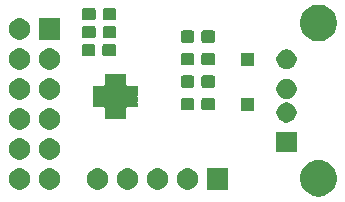
<source format=gbr>
G04 #@! TF.GenerationSoftware,KiCad,Pcbnew,5.1.6-c6e7f7d~86~ubuntu18.04.1*
G04 #@! TF.CreationDate,2021-05-10T21:06:11-07:00*
G04 #@! TF.ProjectId,usb_host_pmod,7573625f-686f-4737-945f-706d6f642e6b,rev?*
G04 #@! TF.SameCoordinates,Original*
G04 #@! TF.FileFunction,Soldermask,Top*
G04 #@! TF.FilePolarity,Negative*
%FSLAX46Y46*%
G04 Gerber Fmt 4.6, Leading zero omitted, Abs format (unit mm)*
G04 Created by KiCad (PCBNEW 5.1.6-c6e7f7d~86~ubuntu18.04.1) date 2021-05-10 21:06:11*
%MOMM*%
%LPD*%
G01*
G04 APERTURE LIST*
%ADD10C,0.100000*%
G04 APERTURE END LIST*
D10*
G36*
X109438585Y-105090802D02*
G01*
X109588410Y-105120604D01*
X109870674Y-105237521D01*
X110124705Y-105407259D01*
X110340741Y-105623295D01*
X110510479Y-105877326D01*
X110627396Y-106159590D01*
X110687000Y-106459240D01*
X110687000Y-106764760D01*
X110627396Y-107064410D01*
X110510479Y-107346674D01*
X110340741Y-107600705D01*
X110124705Y-107816741D01*
X109870674Y-107986479D01*
X109588410Y-108103396D01*
X109438585Y-108133198D01*
X109288761Y-108163000D01*
X108983239Y-108163000D01*
X108833415Y-108133198D01*
X108683590Y-108103396D01*
X108401326Y-107986479D01*
X108147295Y-107816741D01*
X107931259Y-107600705D01*
X107761521Y-107346674D01*
X107644604Y-107064410D01*
X107585000Y-106764760D01*
X107585000Y-106459240D01*
X107644604Y-106159590D01*
X107761521Y-105877326D01*
X107931259Y-105623295D01*
X108147295Y-105407259D01*
X108401326Y-105237521D01*
X108683590Y-105120604D01*
X108833415Y-105090802D01*
X108983239Y-105061000D01*
X109288761Y-105061000D01*
X109438585Y-105090802D01*
G37*
G36*
X101485000Y-107581000D02*
G01*
X99683000Y-107581000D01*
X99683000Y-105779000D01*
X101485000Y-105779000D01*
X101485000Y-107581000D01*
G37*
G36*
X90537512Y-105783927D02*
G01*
X90686812Y-105813624D01*
X90850784Y-105881544D01*
X90998354Y-105980147D01*
X91123853Y-106105646D01*
X91222456Y-106253216D01*
X91290376Y-106417188D01*
X91325000Y-106591259D01*
X91325000Y-106768741D01*
X91290376Y-106942812D01*
X91222456Y-107106784D01*
X91123853Y-107254354D01*
X90998354Y-107379853D01*
X90850784Y-107478456D01*
X90686812Y-107546376D01*
X90537512Y-107576073D01*
X90512742Y-107581000D01*
X90335258Y-107581000D01*
X90310488Y-107576073D01*
X90161188Y-107546376D01*
X89997216Y-107478456D01*
X89849646Y-107379853D01*
X89724147Y-107254354D01*
X89625544Y-107106784D01*
X89557624Y-106942812D01*
X89523000Y-106768741D01*
X89523000Y-106591259D01*
X89557624Y-106417188D01*
X89625544Y-106253216D01*
X89724147Y-106105646D01*
X89849646Y-105980147D01*
X89997216Y-105881544D01*
X90161188Y-105813624D01*
X90310488Y-105783927D01*
X90335258Y-105779000D01*
X90512742Y-105779000D01*
X90537512Y-105783927D01*
G37*
G36*
X93077512Y-105783927D02*
G01*
X93226812Y-105813624D01*
X93390784Y-105881544D01*
X93538354Y-105980147D01*
X93663853Y-106105646D01*
X93762456Y-106253216D01*
X93830376Y-106417188D01*
X93865000Y-106591259D01*
X93865000Y-106768741D01*
X93830376Y-106942812D01*
X93762456Y-107106784D01*
X93663853Y-107254354D01*
X93538354Y-107379853D01*
X93390784Y-107478456D01*
X93226812Y-107546376D01*
X93077512Y-107576073D01*
X93052742Y-107581000D01*
X92875258Y-107581000D01*
X92850488Y-107576073D01*
X92701188Y-107546376D01*
X92537216Y-107478456D01*
X92389646Y-107379853D01*
X92264147Y-107254354D01*
X92165544Y-107106784D01*
X92097624Y-106942812D01*
X92063000Y-106768741D01*
X92063000Y-106591259D01*
X92097624Y-106417188D01*
X92165544Y-106253216D01*
X92264147Y-106105646D01*
X92389646Y-105980147D01*
X92537216Y-105881544D01*
X92701188Y-105813624D01*
X92850488Y-105783927D01*
X92875258Y-105779000D01*
X93052742Y-105779000D01*
X93077512Y-105783927D01*
G37*
G36*
X95617512Y-105783927D02*
G01*
X95766812Y-105813624D01*
X95930784Y-105881544D01*
X96078354Y-105980147D01*
X96203853Y-106105646D01*
X96302456Y-106253216D01*
X96370376Y-106417188D01*
X96405000Y-106591259D01*
X96405000Y-106768741D01*
X96370376Y-106942812D01*
X96302456Y-107106784D01*
X96203853Y-107254354D01*
X96078354Y-107379853D01*
X95930784Y-107478456D01*
X95766812Y-107546376D01*
X95617512Y-107576073D01*
X95592742Y-107581000D01*
X95415258Y-107581000D01*
X95390488Y-107576073D01*
X95241188Y-107546376D01*
X95077216Y-107478456D01*
X94929646Y-107379853D01*
X94804147Y-107254354D01*
X94705544Y-107106784D01*
X94637624Y-106942812D01*
X94603000Y-106768741D01*
X94603000Y-106591259D01*
X94637624Y-106417188D01*
X94705544Y-106253216D01*
X94804147Y-106105646D01*
X94929646Y-105980147D01*
X95077216Y-105881544D01*
X95241188Y-105813624D01*
X95390488Y-105783927D01*
X95415258Y-105779000D01*
X95592742Y-105779000D01*
X95617512Y-105783927D01*
G37*
G36*
X98157512Y-105783927D02*
G01*
X98306812Y-105813624D01*
X98470784Y-105881544D01*
X98618354Y-105980147D01*
X98743853Y-106105646D01*
X98842456Y-106253216D01*
X98910376Y-106417188D01*
X98945000Y-106591259D01*
X98945000Y-106768741D01*
X98910376Y-106942812D01*
X98842456Y-107106784D01*
X98743853Y-107254354D01*
X98618354Y-107379853D01*
X98470784Y-107478456D01*
X98306812Y-107546376D01*
X98157512Y-107576073D01*
X98132742Y-107581000D01*
X97955258Y-107581000D01*
X97930488Y-107576073D01*
X97781188Y-107546376D01*
X97617216Y-107478456D01*
X97469646Y-107379853D01*
X97344147Y-107254354D01*
X97245544Y-107106784D01*
X97177624Y-106942812D01*
X97143000Y-106768741D01*
X97143000Y-106591259D01*
X97177624Y-106417188D01*
X97245544Y-106253216D01*
X97344147Y-106105646D01*
X97469646Y-105980147D01*
X97617216Y-105881544D01*
X97781188Y-105813624D01*
X97930488Y-105783927D01*
X97955258Y-105779000D01*
X98132742Y-105779000D01*
X98157512Y-105783927D01*
G37*
G36*
X83933512Y-105783927D02*
G01*
X84082812Y-105813624D01*
X84246784Y-105881544D01*
X84394354Y-105980147D01*
X84519853Y-106105646D01*
X84618456Y-106253216D01*
X84686376Y-106417188D01*
X84721000Y-106591259D01*
X84721000Y-106768741D01*
X84686376Y-106942812D01*
X84618456Y-107106784D01*
X84519853Y-107254354D01*
X84394354Y-107379853D01*
X84246784Y-107478456D01*
X84082812Y-107546376D01*
X83933512Y-107576073D01*
X83908742Y-107581000D01*
X83731258Y-107581000D01*
X83706488Y-107576073D01*
X83557188Y-107546376D01*
X83393216Y-107478456D01*
X83245646Y-107379853D01*
X83120147Y-107254354D01*
X83021544Y-107106784D01*
X82953624Y-106942812D01*
X82919000Y-106768741D01*
X82919000Y-106591259D01*
X82953624Y-106417188D01*
X83021544Y-106253216D01*
X83120147Y-106105646D01*
X83245646Y-105980147D01*
X83393216Y-105881544D01*
X83557188Y-105813624D01*
X83706488Y-105783927D01*
X83731258Y-105779000D01*
X83908742Y-105779000D01*
X83933512Y-105783927D01*
G37*
G36*
X86473512Y-105783927D02*
G01*
X86622812Y-105813624D01*
X86786784Y-105881544D01*
X86934354Y-105980147D01*
X87059853Y-106105646D01*
X87158456Y-106253216D01*
X87226376Y-106417188D01*
X87261000Y-106591259D01*
X87261000Y-106768741D01*
X87226376Y-106942812D01*
X87158456Y-107106784D01*
X87059853Y-107254354D01*
X86934354Y-107379853D01*
X86786784Y-107478456D01*
X86622812Y-107546376D01*
X86473512Y-107576073D01*
X86448742Y-107581000D01*
X86271258Y-107581000D01*
X86246488Y-107576073D01*
X86097188Y-107546376D01*
X85933216Y-107478456D01*
X85785646Y-107379853D01*
X85660147Y-107254354D01*
X85561544Y-107106784D01*
X85493624Y-106942812D01*
X85459000Y-106768741D01*
X85459000Y-106591259D01*
X85493624Y-106417188D01*
X85561544Y-106253216D01*
X85660147Y-106105646D01*
X85785646Y-105980147D01*
X85933216Y-105881544D01*
X86097188Y-105813624D01*
X86246488Y-105783927D01*
X86271258Y-105779000D01*
X86448742Y-105779000D01*
X86473512Y-105783927D01*
G37*
G36*
X86473512Y-103243927D02*
G01*
X86622812Y-103273624D01*
X86786784Y-103341544D01*
X86934354Y-103440147D01*
X87059853Y-103565646D01*
X87158456Y-103713216D01*
X87226376Y-103877188D01*
X87261000Y-104051259D01*
X87261000Y-104228741D01*
X87226376Y-104402812D01*
X87158456Y-104566784D01*
X87059853Y-104714354D01*
X86934354Y-104839853D01*
X86786784Y-104938456D01*
X86622812Y-105006376D01*
X86473512Y-105036073D01*
X86448742Y-105041000D01*
X86271258Y-105041000D01*
X86246488Y-105036073D01*
X86097188Y-105006376D01*
X85933216Y-104938456D01*
X85785646Y-104839853D01*
X85660147Y-104714354D01*
X85561544Y-104566784D01*
X85493624Y-104402812D01*
X85459000Y-104228741D01*
X85459000Y-104051259D01*
X85493624Y-103877188D01*
X85561544Y-103713216D01*
X85660147Y-103565646D01*
X85785646Y-103440147D01*
X85933216Y-103341544D01*
X86097188Y-103273624D01*
X86246488Y-103243927D01*
X86271258Y-103239000D01*
X86448742Y-103239000D01*
X86473512Y-103243927D01*
G37*
G36*
X83933512Y-103243927D02*
G01*
X84082812Y-103273624D01*
X84246784Y-103341544D01*
X84394354Y-103440147D01*
X84519853Y-103565646D01*
X84618456Y-103713216D01*
X84686376Y-103877188D01*
X84721000Y-104051259D01*
X84721000Y-104228741D01*
X84686376Y-104402812D01*
X84618456Y-104566784D01*
X84519853Y-104714354D01*
X84394354Y-104839853D01*
X84246784Y-104938456D01*
X84082812Y-105006376D01*
X83933512Y-105036073D01*
X83908742Y-105041000D01*
X83731258Y-105041000D01*
X83706488Y-105036073D01*
X83557188Y-105006376D01*
X83393216Y-104938456D01*
X83245646Y-104839853D01*
X83120147Y-104714354D01*
X83021544Y-104566784D01*
X82953624Y-104402812D01*
X82919000Y-104228741D01*
X82919000Y-104051259D01*
X82953624Y-103877188D01*
X83021544Y-103713216D01*
X83120147Y-103565646D01*
X83245646Y-103440147D01*
X83393216Y-103341544D01*
X83557188Y-103273624D01*
X83706488Y-103243927D01*
X83731258Y-103239000D01*
X83908742Y-103239000D01*
X83933512Y-103243927D01*
G37*
G36*
X107277000Y-104393000D02*
G01*
X105575000Y-104393000D01*
X105575000Y-102691000D01*
X107277000Y-102691000D01*
X107277000Y-104393000D01*
G37*
G36*
X86473512Y-100703927D02*
G01*
X86622812Y-100733624D01*
X86786784Y-100801544D01*
X86934354Y-100900147D01*
X87059853Y-101025646D01*
X87158456Y-101173216D01*
X87226376Y-101337188D01*
X87261000Y-101511259D01*
X87261000Y-101688741D01*
X87226376Y-101862812D01*
X87158456Y-102026784D01*
X87059853Y-102174354D01*
X86934354Y-102299853D01*
X86786784Y-102398456D01*
X86622812Y-102466376D01*
X86473512Y-102496073D01*
X86448742Y-102501000D01*
X86271258Y-102501000D01*
X86246488Y-102496073D01*
X86097188Y-102466376D01*
X85933216Y-102398456D01*
X85785646Y-102299853D01*
X85660147Y-102174354D01*
X85561544Y-102026784D01*
X85493624Y-101862812D01*
X85459000Y-101688741D01*
X85459000Y-101511259D01*
X85493624Y-101337188D01*
X85561544Y-101173216D01*
X85660147Y-101025646D01*
X85785646Y-100900147D01*
X85933216Y-100801544D01*
X86097188Y-100733624D01*
X86246488Y-100703927D01*
X86271258Y-100699000D01*
X86448742Y-100699000D01*
X86473512Y-100703927D01*
G37*
G36*
X83933512Y-100703927D02*
G01*
X84082812Y-100733624D01*
X84246784Y-100801544D01*
X84394354Y-100900147D01*
X84519853Y-101025646D01*
X84618456Y-101173216D01*
X84686376Y-101337188D01*
X84721000Y-101511259D01*
X84721000Y-101688741D01*
X84686376Y-101862812D01*
X84618456Y-102026784D01*
X84519853Y-102174354D01*
X84394354Y-102299853D01*
X84246784Y-102398456D01*
X84082812Y-102466376D01*
X83933512Y-102496073D01*
X83908742Y-102501000D01*
X83731258Y-102501000D01*
X83706488Y-102496073D01*
X83557188Y-102466376D01*
X83393216Y-102398456D01*
X83245646Y-102299853D01*
X83120147Y-102174354D01*
X83021544Y-102026784D01*
X82953624Y-101862812D01*
X82919000Y-101688741D01*
X82919000Y-101511259D01*
X82953624Y-101337188D01*
X83021544Y-101173216D01*
X83120147Y-101025646D01*
X83245646Y-100900147D01*
X83393216Y-100801544D01*
X83557188Y-100733624D01*
X83706488Y-100703927D01*
X83731258Y-100699000D01*
X83908742Y-100699000D01*
X83933512Y-100703927D01*
G37*
G36*
X106674228Y-100223703D02*
G01*
X106829100Y-100287853D01*
X106968481Y-100380985D01*
X107087015Y-100499519D01*
X107180147Y-100638900D01*
X107244297Y-100793772D01*
X107277000Y-100958184D01*
X107277000Y-101125816D01*
X107244297Y-101290228D01*
X107180147Y-101445100D01*
X107087015Y-101584481D01*
X106968481Y-101703015D01*
X106829100Y-101796147D01*
X106674228Y-101860297D01*
X106509816Y-101893000D01*
X106342184Y-101893000D01*
X106177772Y-101860297D01*
X106022900Y-101796147D01*
X105883519Y-101703015D01*
X105764985Y-101584481D01*
X105671853Y-101445100D01*
X105607703Y-101290228D01*
X105575000Y-101125816D01*
X105575000Y-100958184D01*
X105607703Y-100793772D01*
X105671853Y-100638900D01*
X105764985Y-100499519D01*
X105883519Y-100380985D01*
X106022900Y-100287853D01*
X106177772Y-100223703D01*
X106342184Y-100191000D01*
X106509816Y-100191000D01*
X106674228Y-100223703D01*
G37*
G36*
X91353355Y-97795083D02*
G01*
X91358029Y-97796501D01*
X91362330Y-97798800D01*
X91368702Y-97804029D01*
X91389076Y-97817643D01*
X91411715Y-97827020D01*
X91435749Y-97831800D01*
X91460253Y-97831800D01*
X91484286Y-97827019D01*
X91506925Y-97817642D01*
X91527298Y-97804029D01*
X91533670Y-97798800D01*
X91537971Y-97796501D01*
X91542645Y-97795083D01*
X91553641Y-97794000D01*
X91842359Y-97794000D01*
X91853355Y-97795083D01*
X91858029Y-97796501D01*
X91862330Y-97798800D01*
X91868702Y-97804029D01*
X91889076Y-97817643D01*
X91911715Y-97827020D01*
X91935749Y-97831800D01*
X91960253Y-97831800D01*
X91984286Y-97827019D01*
X92006925Y-97817642D01*
X92027298Y-97804029D01*
X92033670Y-97798800D01*
X92037971Y-97796501D01*
X92042645Y-97795083D01*
X92053641Y-97794000D01*
X92342359Y-97794000D01*
X92353355Y-97795083D01*
X92358029Y-97796501D01*
X92362330Y-97798800D01*
X92368702Y-97804029D01*
X92389076Y-97817643D01*
X92411715Y-97827020D01*
X92435749Y-97831800D01*
X92460253Y-97831800D01*
X92484286Y-97827019D01*
X92506925Y-97817642D01*
X92527298Y-97804029D01*
X92533670Y-97798800D01*
X92537971Y-97796501D01*
X92542645Y-97795083D01*
X92553641Y-97794000D01*
X92842359Y-97794000D01*
X92853355Y-97795083D01*
X92858029Y-97796501D01*
X92862331Y-97798800D01*
X92866104Y-97801896D01*
X92869200Y-97805669D01*
X92871499Y-97809971D01*
X92872917Y-97814645D01*
X92874000Y-97825641D01*
X92874000Y-98539359D01*
X92872917Y-98550355D01*
X92871499Y-98555029D01*
X92869056Y-98559599D01*
X92855779Y-98579467D01*
X92846401Y-98602106D01*
X92841619Y-98626139D01*
X92841618Y-98650643D01*
X92846398Y-98674676D01*
X92855774Y-98697316D01*
X92869387Y-98717691D01*
X92886716Y-98735020D01*
X92898395Y-98744605D01*
X92907980Y-98756284D01*
X92925307Y-98773611D01*
X92945682Y-98787224D01*
X92968321Y-98796601D01*
X92992354Y-98801381D01*
X93016858Y-98801381D01*
X93040891Y-98796600D01*
X93063530Y-98787222D01*
X93083401Y-98773944D01*
X93087971Y-98771501D01*
X93092645Y-98770083D01*
X93103641Y-98769000D01*
X93817359Y-98769000D01*
X93828355Y-98770083D01*
X93833029Y-98771501D01*
X93837331Y-98773800D01*
X93841104Y-98776896D01*
X93844200Y-98780669D01*
X93846499Y-98784971D01*
X93847917Y-98789645D01*
X93849000Y-98800641D01*
X93849000Y-99089359D01*
X93847917Y-99100355D01*
X93846499Y-99105029D01*
X93844200Y-99109330D01*
X93838971Y-99115702D01*
X93825357Y-99136076D01*
X93815980Y-99158715D01*
X93811200Y-99182749D01*
X93811200Y-99207253D01*
X93815981Y-99231286D01*
X93825358Y-99253925D01*
X93838971Y-99274298D01*
X93844200Y-99280670D01*
X93846499Y-99284971D01*
X93847917Y-99289645D01*
X93849000Y-99300641D01*
X93849000Y-99589359D01*
X93847917Y-99600355D01*
X93846499Y-99605029D01*
X93844200Y-99609330D01*
X93838971Y-99615702D01*
X93825357Y-99636076D01*
X93815980Y-99658715D01*
X93811200Y-99682749D01*
X93811200Y-99707253D01*
X93815981Y-99731286D01*
X93825358Y-99753925D01*
X93838971Y-99774298D01*
X93844200Y-99780670D01*
X93846499Y-99784971D01*
X93847917Y-99789645D01*
X93849000Y-99800641D01*
X93849000Y-100089359D01*
X93847917Y-100100355D01*
X93846499Y-100105029D01*
X93844200Y-100109330D01*
X93838971Y-100115702D01*
X93825357Y-100136076D01*
X93815980Y-100158715D01*
X93811200Y-100182749D01*
X93811200Y-100207253D01*
X93815981Y-100231286D01*
X93825358Y-100253925D01*
X93838971Y-100274298D01*
X93844200Y-100280670D01*
X93846499Y-100284971D01*
X93847917Y-100289645D01*
X93849000Y-100300641D01*
X93849000Y-100589359D01*
X93847917Y-100600355D01*
X93846499Y-100605029D01*
X93844200Y-100609331D01*
X93841104Y-100613104D01*
X93837331Y-100616200D01*
X93833029Y-100618499D01*
X93828355Y-100619917D01*
X93817359Y-100621000D01*
X93103641Y-100621000D01*
X93092645Y-100619917D01*
X93087971Y-100618499D01*
X93083401Y-100616056D01*
X93063533Y-100602779D01*
X93040894Y-100593401D01*
X93016861Y-100588619D01*
X92992357Y-100588618D01*
X92968324Y-100593398D01*
X92945684Y-100602774D01*
X92925309Y-100616387D01*
X92907980Y-100633716D01*
X92898395Y-100645395D01*
X92886716Y-100654980D01*
X92869389Y-100672307D01*
X92855776Y-100692682D01*
X92846399Y-100715321D01*
X92841619Y-100739354D01*
X92841619Y-100763858D01*
X92846400Y-100787891D01*
X92855778Y-100810530D01*
X92869056Y-100830401D01*
X92871499Y-100834971D01*
X92872917Y-100839645D01*
X92874000Y-100850641D01*
X92874000Y-101564359D01*
X92872917Y-101575355D01*
X92871499Y-101580029D01*
X92869200Y-101584331D01*
X92866104Y-101588104D01*
X92862331Y-101591200D01*
X92858029Y-101593499D01*
X92853355Y-101594917D01*
X92842359Y-101596000D01*
X92553641Y-101596000D01*
X92542645Y-101594917D01*
X92537971Y-101593499D01*
X92533670Y-101591200D01*
X92527298Y-101585971D01*
X92506924Y-101572357D01*
X92484285Y-101562980D01*
X92460251Y-101558200D01*
X92435747Y-101558200D01*
X92411714Y-101562981D01*
X92389075Y-101572358D01*
X92368702Y-101585971D01*
X92362330Y-101591200D01*
X92358029Y-101593499D01*
X92353355Y-101594917D01*
X92342359Y-101596000D01*
X92053641Y-101596000D01*
X92042645Y-101594917D01*
X92037971Y-101593499D01*
X92033670Y-101591200D01*
X92027298Y-101585971D01*
X92006924Y-101572357D01*
X91984285Y-101562980D01*
X91960251Y-101558200D01*
X91935747Y-101558200D01*
X91911714Y-101562981D01*
X91889075Y-101572358D01*
X91868702Y-101585971D01*
X91862330Y-101591200D01*
X91858029Y-101593499D01*
X91853355Y-101594917D01*
X91842359Y-101596000D01*
X91553641Y-101596000D01*
X91542645Y-101594917D01*
X91537971Y-101593499D01*
X91533670Y-101591200D01*
X91527298Y-101585971D01*
X91506924Y-101572357D01*
X91484285Y-101562980D01*
X91460251Y-101558200D01*
X91435747Y-101558200D01*
X91411714Y-101562981D01*
X91389075Y-101572358D01*
X91368702Y-101585971D01*
X91362330Y-101591200D01*
X91358029Y-101593499D01*
X91353355Y-101594917D01*
X91342359Y-101596000D01*
X91053641Y-101596000D01*
X91042645Y-101594917D01*
X91037971Y-101593499D01*
X91033669Y-101591200D01*
X91029896Y-101588104D01*
X91026800Y-101584331D01*
X91024501Y-101580029D01*
X91023083Y-101575355D01*
X91022000Y-101564359D01*
X91022000Y-100850641D01*
X91023083Y-100839645D01*
X91024501Y-100834971D01*
X91026944Y-100830401D01*
X91040221Y-100810533D01*
X91049599Y-100787894D01*
X91054381Y-100763861D01*
X91054382Y-100739357D01*
X91049602Y-100715324D01*
X91040226Y-100692684D01*
X91026613Y-100672309D01*
X91009284Y-100654980D01*
X90997605Y-100645395D01*
X90988020Y-100633716D01*
X90970693Y-100616389D01*
X90950318Y-100602776D01*
X90927679Y-100593399D01*
X90903646Y-100588619D01*
X90879142Y-100588619D01*
X90855109Y-100593400D01*
X90832470Y-100602778D01*
X90812599Y-100616056D01*
X90808029Y-100618499D01*
X90803355Y-100619917D01*
X90792359Y-100621000D01*
X90078641Y-100621000D01*
X90067645Y-100619917D01*
X90062971Y-100618499D01*
X90058669Y-100616200D01*
X90054896Y-100613104D01*
X90051800Y-100609331D01*
X90049501Y-100605029D01*
X90048083Y-100600355D01*
X90047000Y-100589359D01*
X90047000Y-100300641D01*
X90048083Y-100289645D01*
X90049501Y-100284971D01*
X90051800Y-100280670D01*
X90057029Y-100274298D01*
X90070643Y-100253924D01*
X90080020Y-100231285D01*
X90084800Y-100207251D01*
X90084800Y-100182747D01*
X90080019Y-100158714D01*
X90070642Y-100136075D01*
X90057029Y-100115702D01*
X90051800Y-100109330D01*
X90049501Y-100105029D01*
X90048083Y-100100355D01*
X90047000Y-100089359D01*
X90047000Y-99800641D01*
X90048083Y-99789645D01*
X90049501Y-99784971D01*
X90051800Y-99780670D01*
X90057029Y-99774298D01*
X90070643Y-99753924D01*
X90080020Y-99731285D01*
X90084800Y-99707251D01*
X90084800Y-99682747D01*
X90080019Y-99658714D01*
X90070642Y-99636075D01*
X90057029Y-99615702D01*
X90051800Y-99609330D01*
X90049501Y-99605029D01*
X90048083Y-99600355D01*
X90047000Y-99589359D01*
X90047000Y-99300641D01*
X90048083Y-99289645D01*
X90049501Y-99284971D01*
X90051800Y-99280670D01*
X90057029Y-99274298D01*
X90070643Y-99253924D01*
X90080020Y-99231285D01*
X90084800Y-99207251D01*
X90084800Y-99182747D01*
X90080019Y-99158714D01*
X90070642Y-99136075D01*
X90057029Y-99115702D01*
X90051800Y-99109330D01*
X90049501Y-99105029D01*
X90048083Y-99100355D01*
X90047000Y-99089359D01*
X90047000Y-98800641D01*
X90048083Y-98789645D01*
X90049501Y-98784971D01*
X90051800Y-98780669D01*
X90054896Y-98776896D01*
X90058669Y-98773800D01*
X90062971Y-98771501D01*
X90067645Y-98770083D01*
X90078641Y-98769000D01*
X90792359Y-98769000D01*
X90803355Y-98770083D01*
X90808029Y-98771501D01*
X90812599Y-98773944D01*
X90832467Y-98787221D01*
X90855106Y-98796599D01*
X90879139Y-98801381D01*
X90903643Y-98801382D01*
X90927676Y-98796602D01*
X90950316Y-98787226D01*
X90970691Y-98773613D01*
X90988020Y-98756284D01*
X90997605Y-98744605D01*
X91009284Y-98735020D01*
X91026611Y-98717693D01*
X91040224Y-98697318D01*
X91049601Y-98674679D01*
X91054381Y-98650646D01*
X91054381Y-98626142D01*
X91049600Y-98602109D01*
X91040222Y-98579470D01*
X91026944Y-98559599D01*
X91024501Y-98555029D01*
X91023083Y-98550355D01*
X91022000Y-98539359D01*
X91022000Y-97825641D01*
X91023083Y-97814645D01*
X91024501Y-97809971D01*
X91026800Y-97805669D01*
X91029896Y-97801896D01*
X91033669Y-97798800D01*
X91037971Y-97796501D01*
X91042645Y-97795083D01*
X91053641Y-97794000D01*
X91342359Y-97794000D01*
X91353355Y-97795083D01*
G37*
G36*
X103675000Y-100881000D02*
G01*
X102573000Y-100881000D01*
X102573000Y-99779000D01*
X103675000Y-99779000D01*
X103675000Y-100881000D01*
G37*
G36*
X98458499Y-99808445D02*
G01*
X98495995Y-99819820D01*
X98530554Y-99838292D01*
X98560847Y-99863153D01*
X98585708Y-99893446D01*
X98604180Y-99928005D01*
X98615555Y-99965501D01*
X98620000Y-100010638D01*
X98620000Y-100649362D01*
X98615555Y-100694499D01*
X98604180Y-100731995D01*
X98585708Y-100766554D01*
X98560847Y-100796847D01*
X98530554Y-100821708D01*
X98495995Y-100840180D01*
X98458499Y-100851555D01*
X98413362Y-100856000D01*
X97674638Y-100856000D01*
X97629501Y-100851555D01*
X97592005Y-100840180D01*
X97557446Y-100821708D01*
X97527153Y-100796847D01*
X97502292Y-100766554D01*
X97483820Y-100731995D01*
X97472445Y-100694499D01*
X97468000Y-100649362D01*
X97468000Y-100010638D01*
X97472445Y-99965501D01*
X97483820Y-99928005D01*
X97502292Y-99893446D01*
X97527153Y-99863153D01*
X97557446Y-99838292D01*
X97592005Y-99819820D01*
X97629501Y-99808445D01*
X97674638Y-99804000D01*
X98413362Y-99804000D01*
X98458499Y-99808445D01*
G37*
G36*
X100208499Y-99808445D02*
G01*
X100245995Y-99819820D01*
X100280554Y-99838292D01*
X100310847Y-99863153D01*
X100335708Y-99893446D01*
X100354180Y-99928005D01*
X100365555Y-99965501D01*
X100370000Y-100010638D01*
X100370000Y-100649362D01*
X100365555Y-100694499D01*
X100354180Y-100731995D01*
X100335708Y-100766554D01*
X100310847Y-100796847D01*
X100280554Y-100821708D01*
X100245995Y-100840180D01*
X100208499Y-100851555D01*
X100163362Y-100856000D01*
X99424638Y-100856000D01*
X99379501Y-100851555D01*
X99342005Y-100840180D01*
X99307446Y-100821708D01*
X99277153Y-100796847D01*
X99252292Y-100766554D01*
X99233820Y-100731995D01*
X99222445Y-100694499D01*
X99218000Y-100649362D01*
X99218000Y-100010638D01*
X99222445Y-99965501D01*
X99233820Y-99928005D01*
X99252292Y-99893446D01*
X99277153Y-99863153D01*
X99307446Y-99838292D01*
X99342005Y-99819820D01*
X99379501Y-99808445D01*
X99424638Y-99804000D01*
X100163362Y-99804000D01*
X100208499Y-99808445D01*
G37*
G36*
X86473512Y-98163927D02*
G01*
X86622812Y-98193624D01*
X86786784Y-98261544D01*
X86934354Y-98360147D01*
X87059853Y-98485646D01*
X87158456Y-98633216D01*
X87226376Y-98797188D01*
X87241648Y-98873969D01*
X87258400Y-98958185D01*
X87261000Y-98971259D01*
X87261000Y-99148741D01*
X87226376Y-99322812D01*
X87158456Y-99486784D01*
X87059853Y-99634354D01*
X86934354Y-99759853D01*
X86786784Y-99858456D01*
X86622812Y-99926376D01*
X86473512Y-99956073D01*
X86448742Y-99961000D01*
X86271258Y-99961000D01*
X86246488Y-99956073D01*
X86097188Y-99926376D01*
X85933216Y-99858456D01*
X85785646Y-99759853D01*
X85660147Y-99634354D01*
X85561544Y-99486784D01*
X85493624Y-99322812D01*
X85459000Y-99148741D01*
X85459000Y-98971259D01*
X85461601Y-98958185D01*
X85478352Y-98873969D01*
X85493624Y-98797188D01*
X85561544Y-98633216D01*
X85660147Y-98485646D01*
X85785646Y-98360147D01*
X85933216Y-98261544D01*
X86097188Y-98193624D01*
X86246488Y-98163927D01*
X86271258Y-98159000D01*
X86448742Y-98159000D01*
X86473512Y-98163927D01*
G37*
G36*
X83933512Y-98163927D02*
G01*
X84082812Y-98193624D01*
X84246784Y-98261544D01*
X84394354Y-98360147D01*
X84519853Y-98485646D01*
X84618456Y-98633216D01*
X84686376Y-98797188D01*
X84701648Y-98873969D01*
X84718400Y-98958185D01*
X84721000Y-98971259D01*
X84721000Y-99148741D01*
X84686376Y-99322812D01*
X84618456Y-99486784D01*
X84519853Y-99634354D01*
X84394354Y-99759853D01*
X84246784Y-99858456D01*
X84082812Y-99926376D01*
X83933512Y-99956073D01*
X83908742Y-99961000D01*
X83731258Y-99961000D01*
X83706488Y-99956073D01*
X83557188Y-99926376D01*
X83393216Y-99858456D01*
X83245646Y-99759853D01*
X83120147Y-99634354D01*
X83021544Y-99486784D01*
X82953624Y-99322812D01*
X82919000Y-99148741D01*
X82919000Y-98971259D01*
X82921601Y-98958185D01*
X82938352Y-98873969D01*
X82953624Y-98797188D01*
X83021544Y-98633216D01*
X83120147Y-98485646D01*
X83245646Y-98360147D01*
X83393216Y-98261544D01*
X83557188Y-98193624D01*
X83706488Y-98163927D01*
X83731258Y-98159000D01*
X83908742Y-98159000D01*
X83933512Y-98163927D01*
G37*
G36*
X106674228Y-98223703D02*
G01*
X106829100Y-98287853D01*
X106968481Y-98380985D01*
X107087015Y-98499519D01*
X107180147Y-98638900D01*
X107244297Y-98793772D01*
X107277000Y-98958184D01*
X107277000Y-99125816D01*
X107244297Y-99290228D01*
X107180147Y-99445100D01*
X107087015Y-99584481D01*
X106968481Y-99703015D01*
X106829100Y-99796147D01*
X106674228Y-99860297D01*
X106509816Y-99893000D01*
X106342184Y-99893000D01*
X106177772Y-99860297D01*
X106022900Y-99796147D01*
X105883519Y-99703015D01*
X105764985Y-99584481D01*
X105671853Y-99445100D01*
X105607703Y-99290228D01*
X105575000Y-99125816D01*
X105575000Y-98958184D01*
X105607703Y-98793772D01*
X105671853Y-98638900D01*
X105764985Y-98499519D01*
X105883519Y-98380985D01*
X106022900Y-98287853D01*
X106177772Y-98223703D01*
X106342184Y-98191000D01*
X106509816Y-98191000D01*
X106674228Y-98223703D01*
G37*
G36*
X98458499Y-97903445D02*
G01*
X98495995Y-97914820D01*
X98530554Y-97933292D01*
X98560847Y-97958153D01*
X98585708Y-97988446D01*
X98604180Y-98023005D01*
X98615555Y-98060501D01*
X98620000Y-98105638D01*
X98620000Y-98744362D01*
X98615555Y-98789499D01*
X98604180Y-98826995D01*
X98585708Y-98861554D01*
X98560847Y-98891847D01*
X98530554Y-98916708D01*
X98495995Y-98935180D01*
X98458499Y-98946555D01*
X98413362Y-98951000D01*
X97674638Y-98951000D01*
X97629501Y-98946555D01*
X97592005Y-98935180D01*
X97557446Y-98916708D01*
X97527153Y-98891847D01*
X97502292Y-98861554D01*
X97483820Y-98826995D01*
X97472445Y-98789499D01*
X97468000Y-98744362D01*
X97468000Y-98105638D01*
X97472445Y-98060501D01*
X97483820Y-98023005D01*
X97502292Y-97988446D01*
X97527153Y-97958153D01*
X97557446Y-97933292D01*
X97592005Y-97914820D01*
X97629501Y-97903445D01*
X97674638Y-97899000D01*
X98413362Y-97899000D01*
X98458499Y-97903445D01*
G37*
G36*
X100208499Y-97903445D02*
G01*
X100245995Y-97914820D01*
X100280554Y-97933292D01*
X100310847Y-97958153D01*
X100335708Y-97988446D01*
X100354180Y-98023005D01*
X100365555Y-98060501D01*
X100370000Y-98105638D01*
X100370000Y-98744362D01*
X100365555Y-98789499D01*
X100354180Y-98826995D01*
X100335708Y-98861554D01*
X100310847Y-98891847D01*
X100280554Y-98916708D01*
X100245995Y-98935180D01*
X100208499Y-98946555D01*
X100163362Y-98951000D01*
X99424638Y-98951000D01*
X99379501Y-98946555D01*
X99342005Y-98935180D01*
X99307446Y-98916708D01*
X99277153Y-98891847D01*
X99252292Y-98861554D01*
X99233820Y-98826995D01*
X99222445Y-98789499D01*
X99218000Y-98744362D01*
X99218000Y-98105638D01*
X99222445Y-98060501D01*
X99233820Y-98023005D01*
X99252292Y-97988446D01*
X99277153Y-97958153D01*
X99307446Y-97933292D01*
X99342005Y-97914820D01*
X99379501Y-97903445D01*
X99424638Y-97899000D01*
X100163362Y-97899000D01*
X100208499Y-97903445D01*
G37*
G36*
X86473512Y-95623927D02*
G01*
X86622812Y-95653624D01*
X86786784Y-95721544D01*
X86934354Y-95820147D01*
X87059853Y-95945646D01*
X87158456Y-96093216D01*
X87226376Y-96257188D01*
X87261000Y-96431259D01*
X87261000Y-96608741D01*
X87226376Y-96782812D01*
X87158456Y-96946784D01*
X87059853Y-97094354D01*
X86934354Y-97219853D01*
X86786784Y-97318456D01*
X86622812Y-97386376D01*
X86473512Y-97416073D01*
X86448742Y-97421000D01*
X86271258Y-97421000D01*
X86246488Y-97416073D01*
X86097188Y-97386376D01*
X85933216Y-97318456D01*
X85785646Y-97219853D01*
X85660147Y-97094354D01*
X85561544Y-96946784D01*
X85493624Y-96782812D01*
X85459000Y-96608741D01*
X85459000Y-96431259D01*
X85493624Y-96257188D01*
X85561544Y-96093216D01*
X85660147Y-95945646D01*
X85785646Y-95820147D01*
X85933216Y-95721544D01*
X86097188Y-95653624D01*
X86246488Y-95623927D01*
X86271258Y-95619000D01*
X86448742Y-95619000D01*
X86473512Y-95623927D01*
G37*
G36*
X83933512Y-95623927D02*
G01*
X84082812Y-95653624D01*
X84246784Y-95721544D01*
X84394354Y-95820147D01*
X84519853Y-95945646D01*
X84618456Y-96093216D01*
X84686376Y-96257188D01*
X84721000Y-96431259D01*
X84721000Y-96608741D01*
X84686376Y-96782812D01*
X84618456Y-96946784D01*
X84519853Y-97094354D01*
X84394354Y-97219853D01*
X84246784Y-97318456D01*
X84082812Y-97386376D01*
X83933512Y-97416073D01*
X83908742Y-97421000D01*
X83731258Y-97421000D01*
X83706488Y-97416073D01*
X83557188Y-97386376D01*
X83393216Y-97318456D01*
X83245646Y-97219853D01*
X83120147Y-97094354D01*
X83021544Y-96946784D01*
X82953624Y-96782812D01*
X82919000Y-96608741D01*
X82919000Y-96431259D01*
X82953624Y-96257188D01*
X83021544Y-96093216D01*
X83120147Y-95945646D01*
X83245646Y-95820147D01*
X83393216Y-95721544D01*
X83557188Y-95653624D01*
X83706488Y-95623927D01*
X83731258Y-95619000D01*
X83908742Y-95619000D01*
X83933512Y-95623927D01*
G37*
G36*
X106674228Y-95723703D02*
G01*
X106829100Y-95787853D01*
X106968481Y-95880985D01*
X107087015Y-95999519D01*
X107180147Y-96138900D01*
X107244297Y-96293772D01*
X107277000Y-96458184D01*
X107277000Y-96625816D01*
X107244297Y-96790228D01*
X107180147Y-96945100D01*
X107087015Y-97084481D01*
X106968481Y-97203015D01*
X106829100Y-97296147D01*
X106674228Y-97360297D01*
X106509816Y-97393000D01*
X106342184Y-97393000D01*
X106177772Y-97360297D01*
X106022900Y-97296147D01*
X105883519Y-97203015D01*
X105764985Y-97084481D01*
X105671853Y-96945100D01*
X105607703Y-96790228D01*
X105575000Y-96625816D01*
X105575000Y-96458184D01*
X105607703Y-96293772D01*
X105671853Y-96138900D01*
X105764985Y-95999519D01*
X105883519Y-95880985D01*
X106022900Y-95787853D01*
X106177772Y-95723703D01*
X106342184Y-95691000D01*
X106509816Y-95691000D01*
X106674228Y-95723703D01*
G37*
G36*
X103675000Y-97071000D02*
G01*
X102573000Y-97071000D01*
X102573000Y-95969000D01*
X103675000Y-95969000D01*
X103675000Y-97071000D01*
G37*
G36*
X100208499Y-95998445D02*
G01*
X100245995Y-96009820D01*
X100280554Y-96028292D01*
X100310847Y-96053153D01*
X100335708Y-96083446D01*
X100354180Y-96118005D01*
X100365555Y-96155501D01*
X100370000Y-96200638D01*
X100370000Y-96839362D01*
X100365555Y-96884499D01*
X100354180Y-96921995D01*
X100335708Y-96956554D01*
X100310847Y-96986847D01*
X100280554Y-97011708D01*
X100245995Y-97030180D01*
X100208499Y-97041555D01*
X100163362Y-97046000D01*
X99424638Y-97046000D01*
X99379501Y-97041555D01*
X99342005Y-97030180D01*
X99307446Y-97011708D01*
X99277153Y-96986847D01*
X99252292Y-96956554D01*
X99233820Y-96921995D01*
X99222445Y-96884499D01*
X99218000Y-96839362D01*
X99218000Y-96200638D01*
X99222445Y-96155501D01*
X99233820Y-96118005D01*
X99252292Y-96083446D01*
X99277153Y-96053153D01*
X99307446Y-96028292D01*
X99342005Y-96009820D01*
X99379501Y-95998445D01*
X99424638Y-95994000D01*
X100163362Y-95994000D01*
X100208499Y-95998445D01*
G37*
G36*
X98458499Y-95998445D02*
G01*
X98495995Y-96009820D01*
X98530554Y-96028292D01*
X98560847Y-96053153D01*
X98585708Y-96083446D01*
X98604180Y-96118005D01*
X98615555Y-96155501D01*
X98620000Y-96200638D01*
X98620000Y-96839362D01*
X98615555Y-96884499D01*
X98604180Y-96921995D01*
X98585708Y-96956554D01*
X98560847Y-96986847D01*
X98530554Y-97011708D01*
X98495995Y-97030180D01*
X98458499Y-97041555D01*
X98413362Y-97046000D01*
X97674638Y-97046000D01*
X97629501Y-97041555D01*
X97592005Y-97030180D01*
X97557446Y-97011708D01*
X97527153Y-96986847D01*
X97502292Y-96956554D01*
X97483820Y-96921995D01*
X97472445Y-96884499D01*
X97468000Y-96839362D01*
X97468000Y-96200638D01*
X97472445Y-96155501D01*
X97483820Y-96118005D01*
X97502292Y-96083446D01*
X97527153Y-96053153D01*
X97557446Y-96028292D01*
X97592005Y-96009820D01*
X97629501Y-95998445D01*
X97674638Y-95994000D01*
X98413362Y-95994000D01*
X98458499Y-95998445D01*
G37*
G36*
X91826499Y-95236445D02*
G01*
X91863995Y-95247820D01*
X91898554Y-95266292D01*
X91928847Y-95291153D01*
X91953708Y-95321446D01*
X91972180Y-95356005D01*
X91983555Y-95393501D01*
X91988000Y-95438638D01*
X91988000Y-96077362D01*
X91983555Y-96122499D01*
X91972180Y-96159995D01*
X91953708Y-96194554D01*
X91928847Y-96224847D01*
X91898554Y-96249708D01*
X91863995Y-96268180D01*
X91826499Y-96279555D01*
X91781362Y-96284000D01*
X91042638Y-96284000D01*
X90997501Y-96279555D01*
X90960005Y-96268180D01*
X90925446Y-96249708D01*
X90895153Y-96224847D01*
X90870292Y-96194554D01*
X90851820Y-96159995D01*
X90840445Y-96122499D01*
X90836000Y-96077362D01*
X90836000Y-95438638D01*
X90840445Y-95393501D01*
X90851820Y-95356005D01*
X90870292Y-95321446D01*
X90895153Y-95291153D01*
X90925446Y-95266292D01*
X90960005Y-95247820D01*
X90997501Y-95236445D01*
X91042638Y-95232000D01*
X91781362Y-95232000D01*
X91826499Y-95236445D01*
G37*
G36*
X90076499Y-95236445D02*
G01*
X90113995Y-95247820D01*
X90148554Y-95266292D01*
X90178847Y-95291153D01*
X90203708Y-95321446D01*
X90222180Y-95356005D01*
X90233555Y-95393501D01*
X90238000Y-95438638D01*
X90238000Y-96077362D01*
X90233555Y-96122499D01*
X90222180Y-96159995D01*
X90203708Y-96194554D01*
X90178847Y-96224847D01*
X90148554Y-96249708D01*
X90113995Y-96268180D01*
X90076499Y-96279555D01*
X90031362Y-96284000D01*
X89292638Y-96284000D01*
X89247501Y-96279555D01*
X89210005Y-96268180D01*
X89175446Y-96249708D01*
X89145153Y-96224847D01*
X89120292Y-96194554D01*
X89101820Y-96159995D01*
X89090445Y-96122499D01*
X89086000Y-96077362D01*
X89086000Y-95438638D01*
X89090445Y-95393501D01*
X89101820Y-95356005D01*
X89120292Y-95321446D01*
X89145153Y-95291153D01*
X89175446Y-95266292D01*
X89210005Y-95247820D01*
X89247501Y-95236445D01*
X89292638Y-95232000D01*
X90031362Y-95232000D01*
X90076499Y-95236445D01*
G37*
G36*
X100208499Y-94093445D02*
G01*
X100245995Y-94104820D01*
X100280554Y-94123292D01*
X100310847Y-94148153D01*
X100335708Y-94178446D01*
X100354180Y-94213005D01*
X100365555Y-94250501D01*
X100370000Y-94295638D01*
X100370000Y-94934362D01*
X100365555Y-94979499D01*
X100354180Y-95016995D01*
X100335708Y-95051554D01*
X100310847Y-95081847D01*
X100280554Y-95106708D01*
X100245995Y-95125180D01*
X100208499Y-95136555D01*
X100163362Y-95141000D01*
X99424638Y-95141000D01*
X99379501Y-95136555D01*
X99342005Y-95125180D01*
X99307446Y-95106708D01*
X99277153Y-95081847D01*
X99252292Y-95051554D01*
X99233820Y-95016995D01*
X99222445Y-94979499D01*
X99218000Y-94934362D01*
X99218000Y-94295638D01*
X99222445Y-94250501D01*
X99233820Y-94213005D01*
X99252292Y-94178446D01*
X99277153Y-94148153D01*
X99307446Y-94123292D01*
X99342005Y-94104820D01*
X99379501Y-94093445D01*
X99424638Y-94089000D01*
X100163362Y-94089000D01*
X100208499Y-94093445D01*
G37*
G36*
X98458499Y-94093445D02*
G01*
X98495995Y-94104820D01*
X98530554Y-94123292D01*
X98560847Y-94148153D01*
X98585708Y-94178446D01*
X98604180Y-94213005D01*
X98615555Y-94250501D01*
X98620000Y-94295638D01*
X98620000Y-94934362D01*
X98615555Y-94979499D01*
X98604180Y-95016995D01*
X98585708Y-95051554D01*
X98560847Y-95081847D01*
X98530554Y-95106708D01*
X98495995Y-95125180D01*
X98458499Y-95136555D01*
X98413362Y-95141000D01*
X97674638Y-95141000D01*
X97629501Y-95136555D01*
X97592005Y-95125180D01*
X97557446Y-95106708D01*
X97527153Y-95081847D01*
X97502292Y-95051554D01*
X97483820Y-95016995D01*
X97472445Y-94979499D01*
X97468000Y-94934362D01*
X97468000Y-94295638D01*
X97472445Y-94250501D01*
X97483820Y-94213005D01*
X97502292Y-94178446D01*
X97527153Y-94148153D01*
X97557446Y-94123292D01*
X97592005Y-94104820D01*
X97629501Y-94093445D01*
X97674638Y-94089000D01*
X98413362Y-94089000D01*
X98458499Y-94093445D01*
G37*
G36*
X109438585Y-91950802D02*
G01*
X109588410Y-91980604D01*
X109870674Y-92097521D01*
X110124705Y-92267259D01*
X110340741Y-92483295D01*
X110510479Y-92737326D01*
X110627396Y-93019590D01*
X110629340Y-93029362D01*
X110687000Y-93319239D01*
X110687000Y-93624761D01*
X110661626Y-93752323D01*
X110627396Y-93924410D01*
X110510479Y-94206674D01*
X110340741Y-94460705D01*
X110124705Y-94676741D01*
X109870674Y-94846479D01*
X109588410Y-94963396D01*
X109438585Y-94993198D01*
X109288761Y-95023000D01*
X108983239Y-95023000D01*
X108833415Y-94993198D01*
X108683590Y-94963396D01*
X108401326Y-94846479D01*
X108147295Y-94676741D01*
X107931259Y-94460705D01*
X107761521Y-94206674D01*
X107644604Y-93924410D01*
X107610374Y-93752323D01*
X107585000Y-93624761D01*
X107585000Y-93319239D01*
X107642660Y-93029362D01*
X107644604Y-93019590D01*
X107761521Y-92737326D01*
X107931259Y-92483295D01*
X108147295Y-92267259D01*
X108401326Y-92097521D01*
X108683590Y-91980604D01*
X108833415Y-91950802D01*
X108983239Y-91921000D01*
X109288761Y-91921000D01*
X109438585Y-91950802D01*
G37*
G36*
X87261000Y-94881000D02*
G01*
X85459000Y-94881000D01*
X85459000Y-93079000D01*
X87261000Y-93079000D01*
X87261000Y-94881000D01*
G37*
G36*
X83933512Y-93083927D02*
G01*
X84082812Y-93113624D01*
X84246784Y-93181544D01*
X84394354Y-93280147D01*
X84519853Y-93405646D01*
X84618456Y-93553216D01*
X84686376Y-93717188D01*
X84721000Y-93891259D01*
X84721000Y-94068741D01*
X84686376Y-94242812D01*
X84618456Y-94406784D01*
X84519853Y-94554354D01*
X84394354Y-94679853D01*
X84246784Y-94778456D01*
X84082812Y-94846376D01*
X83933512Y-94876073D01*
X83908742Y-94881000D01*
X83731258Y-94881000D01*
X83706488Y-94876073D01*
X83557188Y-94846376D01*
X83393216Y-94778456D01*
X83245646Y-94679853D01*
X83120147Y-94554354D01*
X83021544Y-94406784D01*
X82953624Y-94242812D01*
X82919000Y-94068741D01*
X82919000Y-93891259D01*
X82953624Y-93717188D01*
X83021544Y-93553216D01*
X83120147Y-93405646D01*
X83245646Y-93280147D01*
X83393216Y-93181544D01*
X83557188Y-93113624D01*
X83706488Y-93083927D01*
X83731258Y-93079000D01*
X83908742Y-93079000D01*
X83933512Y-93083927D01*
G37*
G36*
X90104499Y-93712445D02*
G01*
X90141995Y-93723820D01*
X90176554Y-93742292D01*
X90206847Y-93767153D01*
X90231708Y-93797446D01*
X90250180Y-93832005D01*
X90261555Y-93869501D01*
X90266000Y-93914638D01*
X90266000Y-94553362D01*
X90261555Y-94598499D01*
X90250180Y-94635995D01*
X90231708Y-94670554D01*
X90206847Y-94700847D01*
X90176554Y-94725708D01*
X90141995Y-94744180D01*
X90104499Y-94755555D01*
X90059362Y-94760000D01*
X89320638Y-94760000D01*
X89275501Y-94755555D01*
X89238005Y-94744180D01*
X89203446Y-94725708D01*
X89173153Y-94700847D01*
X89148292Y-94670554D01*
X89129820Y-94635995D01*
X89118445Y-94598499D01*
X89114000Y-94553362D01*
X89114000Y-93914638D01*
X89118445Y-93869501D01*
X89129820Y-93832005D01*
X89148292Y-93797446D01*
X89173153Y-93767153D01*
X89203446Y-93742292D01*
X89238005Y-93723820D01*
X89275501Y-93712445D01*
X89320638Y-93708000D01*
X90059362Y-93708000D01*
X90104499Y-93712445D01*
G37*
G36*
X91854499Y-93712445D02*
G01*
X91891995Y-93723820D01*
X91926554Y-93742292D01*
X91956847Y-93767153D01*
X91981708Y-93797446D01*
X92000180Y-93832005D01*
X92011555Y-93869501D01*
X92016000Y-93914638D01*
X92016000Y-94553362D01*
X92011555Y-94598499D01*
X92000180Y-94635995D01*
X91981708Y-94670554D01*
X91956847Y-94700847D01*
X91926554Y-94725708D01*
X91891995Y-94744180D01*
X91854499Y-94755555D01*
X91809362Y-94760000D01*
X91070638Y-94760000D01*
X91025501Y-94755555D01*
X90988005Y-94744180D01*
X90953446Y-94725708D01*
X90923153Y-94700847D01*
X90898292Y-94670554D01*
X90879820Y-94635995D01*
X90868445Y-94598499D01*
X90864000Y-94553362D01*
X90864000Y-93914638D01*
X90868445Y-93869501D01*
X90879820Y-93832005D01*
X90898292Y-93797446D01*
X90923153Y-93767153D01*
X90953446Y-93742292D01*
X90988005Y-93723820D01*
X91025501Y-93712445D01*
X91070638Y-93708000D01*
X91809362Y-93708000D01*
X91854499Y-93712445D01*
G37*
G36*
X90104499Y-92188445D02*
G01*
X90141995Y-92199820D01*
X90176554Y-92218292D01*
X90206847Y-92243153D01*
X90231708Y-92273446D01*
X90250180Y-92308005D01*
X90261555Y-92345501D01*
X90266000Y-92390638D01*
X90266000Y-93029362D01*
X90261555Y-93074499D01*
X90250180Y-93111995D01*
X90231708Y-93146554D01*
X90206847Y-93176847D01*
X90176554Y-93201708D01*
X90141995Y-93220180D01*
X90104499Y-93231555D01*
X90059362Y-93236000D01*
X89320638Y-93236000D01*
X89275501Y-93231555D01*
X89238005Y-93220180D01*
X89203446Y-93201708D01*
X89173153Y-93176847D01*
X89148292Y-93146554D01*
X89129820Y-93111995D01*
X89118445Y-93074499D01*
X89114000Y-93029362D01*
X89114000Y-92390638D01*
X89118445Y-92345501D01*
X89129820Y-92308005D01*
X89148292Y-92273446D01*
X89173153Y-92243153D01*
X89203446Y-92218292D01*
X89238005Y-92199820D01*
X89275501Y-92188445D01*
X89320638Y-92184000D01*
X90059362Y-92184000D01*
X90104499Y-92188445D01*
G37*
G36*
X91854499Y-92188445D02*
G01*
X91891995Y-92199820D01*
X91926554Y-92218292D01*
X91956847Y-92243153D01*
X91981708Y-92273446D01*
X92000180Y-92308005D01*
X92011555Y-92345501D01*
X92016000Y-92390638D01*
X92016000Y-93029362D01*
X92011555Y-93074499D01*
X92000180Y-93111995D01*
X91981708Y-93146554D01*
X91956847Y-93176847D01*
X91926554Y-93201708D01*
X91891995Y-93220180D01*
X91854499Y-93231555D01*
X91809362Y-93236000D01*
X91070638Y-93236000D01*
X91025501Y-93231555D01*
X90988005Y-93220180D01*
X90953446Y-93201708D01*
X90923153Y-93176847D01*
X90898292Y-93146554D01*
X90879820Y-93111995D01*
X90868445Y-93074499D01*
X90864000Y-93029362D01*
X90864000Y-92390638D01*
X90868445Y-92345501D01*
X90879820Y-92308005D01*
X90898292Y-92273446D01*
X90923153Y-92243153D01*
X90953446Y-92218292D01*
X90988005Y-92199820D01*
X91025501Y-92188445D01*
X91070638Y-92184000D01*
X91809362Y-92184000D01*
X91854499Y-92188445D01*
G37*
M02*

</source>
